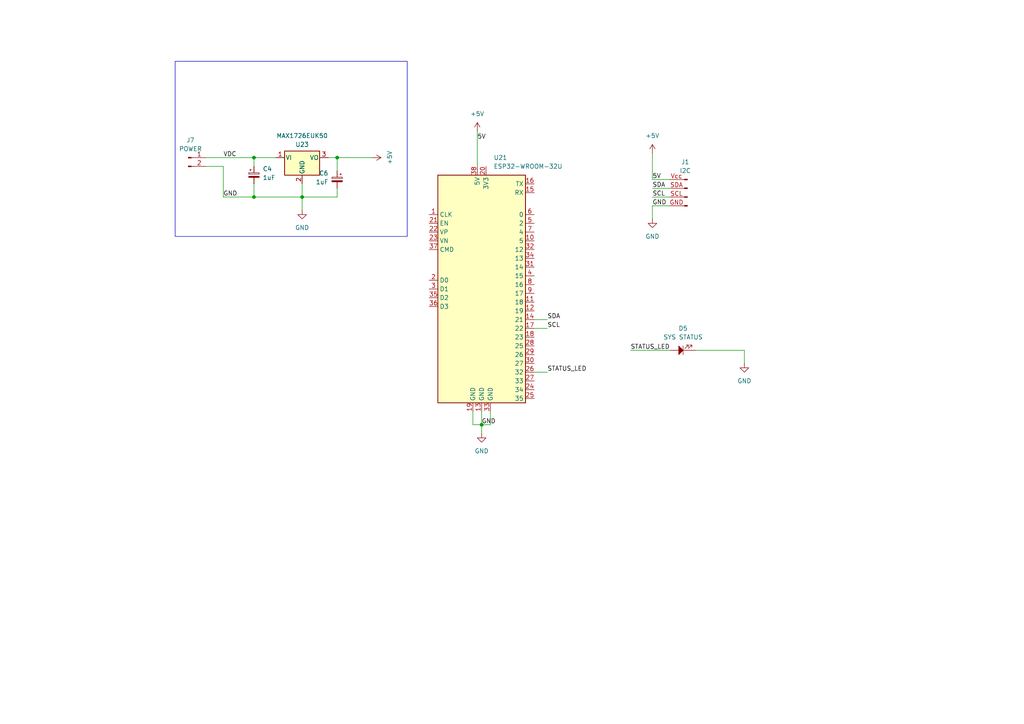
<source format=kicad_sch>
(kicad_sch (version 20231120) (generator "eeschema") (generator_version "8.0")
  (paper "A4")
  (lib_symbols
    (symbol "Alexander_Library_Symbols:Conn_I2C_01x04" (pin_names (offset 1.016) hide)
      (property "Reference" "J" (at 0 5.08 0))
      (property "Value" "I2C" (at 0 -7.62 0))
      (symbol "Conn_I2C_01x04_1_1"
        (polyline (pts (xy 1.27 -5.08) (xy 0.8636 -5.08)) (stroke (width 0.1524)))
        (polyline (pts (xy 1.27 -2.54) (xy 0.8636 -2.54)) (stroke (width 0.1524)))
        (polyline (pts (xy 1.27 0) (xy 0.8636 0)) (stroke (width 0.1524)))
        (polyline (pts (xy 1.27 2.54) (xy 0.8636 2.54)) (stroke (width 0.1524)))
        (rectangle (start 0.8636 -4.953) (end 0 -5.207) (stroke (width 0.1524)) (fill (type outline)))
        (rectangle (start 0.8636 -2.413) (end 0 -2.667) (stroke (width 0.1524)) (fill (type outline)))
        (rectangle (start 0.8636 0.127) (end 0 -0.127) (stroke (width 0.1524)) (fill (type outline)))
        (rectangle (start 0.8636 2.667) (end 0 2.413) (stroke (width 0.1524)) (fill (type outline)))
        (pin power_out line (at 5.08 -5.08 180) (length 3.81) (name "GND") (number "GND"))
        (pin bidirectional line (at 5.08 -2.54 180) (length 3.81) (name "SCL") (number "SCL"))
        (pin bidirectional line (at 5.08 0 180) (length 3.81) (name "SDA") (number "SDA"))
        (pin power_in line (at 5.08 2.54 180) (length 3.81) (name "VCC") (number "Vcc"))
      )
    )
    (symbol "Alexander_Library_Symbols:ESP32-WROOM-32U"
      (property "Reference" "U" (at -12.7 34.29 0))
      (property "Value" "ESP32-WROOM-32U" (at 4.318 34.036 0))
      (symbol "ESP32-WROOM-32U_0_1"
        (rectangle (start -12.7 31.75) (end 12.7 -34.29) (stroke (width 0.254)) (fill (type background)))
      )
      (symbol "ESP32-WROOM-32U_1_1"
        (pin bidirectional line (at -15.24 20.32 0) (length 2.54) (name "CLK") (number "1"))
        (pin bidirectional line (at 15.24 12.7 180) (length 2.54) (name "5") (number "10"))
        (pin bidirectional line (at 15.24 -5.08 180) (length 2.54) (name "18") (number "11"))
        (pin bidirectional line (at 15.24 -7.62 180) (length 2.54) (name "19") (number "12"))
        (pin power_out line (at 0 -36.83 90) (length 2.54) (name "GND") (number "13"))
        (pin bidirectional line (at 15.24 -10.16 180) (length 2.54) (name "21") (number "14"))
        (pin input line (at 15.24 26.67 180) (length 2.54) (name "RX") (number "15"))
        (pin output line (at 15.24 29.21 180) (length 2.54) (name "TX") (number "16"))
        (pin bidirectional line (at 15.24 -12.7 180) (length 2.54) (name "22") (number "17"))
        (pin bidirectional line (at 15.24 -15.24 180) (length 2.54) (name "23") (number "18"))
        (pin power_out line (at -2.54 -36.83 90) (length 2.54) (name "GND") (number "19"))
        (pin bidirectional line (at -15.24 1.27 0) (length 2.54) (name "D0") (number "2"))
        (pin power_in line (at 1.27 34.29 270) (length 2.54) (name "3V3") (number "20"))
        (pin bidirectional line (at -15.24 17.78 0) (length 2.54) (name "EN") (number "21"))
        (pin bidirectional line (at -15.24 15.24 0) (length 2.54) (name "VP") (number "22"))
        (pin bidirectional line (at -15.24 12.7 0) (length 2.54) (name "VN") (number "23"))
        (pin bidirectional line (at 15.24 -30.48 180) (length 2.54) (name "34") (number "24"))
        (pin bidirectional line (at 15.24 -33.02 180) (length 2.54) (name "35") (number "25"))
        (pin bidirectional line (at 15.24 -25.4 180) (length 2.54) (name "32") (number "26"))
        (pin bidirectional line (at 15.24 -27.94 180) (length 2.54) (name "33") (number "27"))
        (pin bidirectional line (at 15.24 -17.78 180) (length 2.54) (name "25") (number "28"))
        (pin bidirectional line (at 15.24 -20.32 180) (length 2.54) (name "26") (number "29"))
        (pin bidirectional line (at -15.24 -1.27 0) (length 2.54) (name "D1") (number "3"))
        (pin bidirectional line (at 15.24 -22.86 180) (length 2.54) (name "27") (number "30"))
        (pin bidirectional line (at 15.24 5.08 180) (length 2.54) (name "14") (number "31"))
        (pin bidirectional line (at 15.24 10.16 180) (length 2.54) (name "12") (number "32"))
        (pin power_out line (at 2.54 -36.83 90) (length 2.54) (name "GND") (number "33"))
        (pin bidirectional line (at 15.24 7.62 180) (length 2.54) (name "13") (number "34"))
        (pin bidirectional line (at -15.24 -3.81 0) (length 2.54) (name "D2") (number "35"))
        (pin bidirectional line (at -15.24 -6.35 0) (length 2.54) (name "D3") (number "36"))
        (pin bidirectional line (at -15.24 10.16 0) (length 2.54) (name "CMD") (number "37"))
        (pin power_in line (at -1.27 34.29 270) (length 2.54) (name "5V") (number "38"))
        (pin bidirectional line (at 15.24 2.54 180) (length 2.54) (name "15") (number "4"))
        (pin bidirectional line (at 15.24 17.78 180) (length 2.54) (name "2") (number "5"))
        (pin bidirectional line (at 15.24 20.32 180) (length 2.54) (name "0") (number "6"))
        (pin bidirectional line (at 15.24 15.24 180) (length 2.54) (name "4") (number "7"))
        (pin bidirectional line (at 15.24 0 180) (length 2.54) (name "16") (number "8"))
        (pin bidirectional line (at 15.24 -2.54 180) (length 2.54) (name "17") (number "9"))
      )
    )
    (symbol "Connector:Conn_01x02_Pin" (pin_names (offset 1.016) hide)
      (property "Reference" "J" (at 0 2.54 0))
      (property "Value" "Conn_01x02_Pin" (at 0 -5.08 0))
      (symbol "Conn_01x02_Pin_1_1"
        (polyline (pts (xy 1.27 -2.54) (xy 0.8636 -2.54)) (stroke (width 0.1524)))
        (polyline (pts (xy 1.27 0) (xy 0.8636 0)) (stroke (width 0.1524)))
        (rectangle (start 0.8636 -2.413) (end 0 -2.667) (stroke (width 0.1524)) (fill (type outline)))
        (rectangle (start 0.8636 0.127) (end 0 -0.127) (stroke (width 0.1524)) (fill (type outline)))
        (pin passive line (at 5.08 0 180) (length 3.81) (name "Pin_1") (number "1"))
        (pin passive line (at 5.08 -2.54 180) (length 3.81) (name "Pin_2") (number "2"))
      )
    )
    (symbol "Device:C_Polarized_Small" (pin_numbers hide) (pin_names (offset 0.254) hide)
      (property "Reference" "C" (at 0.254 1.778 0))
      (property "Value" "C_Polarized_Small" (at 0.254 -2.032 0))
      (symbol "C_Polarized_Small_0_1"
        (rectangle (start -1.524 -0.3048) (end 1.524 -0.6858) (fill (type outline)))
        (rectangle (start -1.524 0.6858) (end 1.524 0.3048))
        (polyline (pts (xy -1.27 1.524) (xy -0.762 1.524)))
        (polyline (pts (xy -1.016 1.27) (xy -1.016 1.778)))
      )
      (symbol "C_Polarized_Small_1_1"
        (pin passive line (at 0 2.54 270) (length 1.8542) (name "~") (number "1"))
        (pin passive line (at 0 -2.54 90) (length 1.8542) (name "~") (number "2"))
      )
    )
    (symbol "PCM_SL_Devices:LED_3mm"
      (property "Reference" "D" (at -0.508 5.334 0))
      (property "Value" "LED_3mm" (at -0.508 2.794 0))
      (symbol "LED_3mm_0_1"
        (polyline (pts (xy -1.27 0) (xy -2.54 0)))
        (polyline (pts (xy 0 1.27) (xy 0 -1.27)))
        (polyline (pts (xy 0.508 0.508) (xy 1.524 1.524)))
        (polyline (pts (xy 1.27 0) (xy 2.54 0)))
        (polyline (pts (xy 1.524 0.508) (xy 2.54 1.524)))
        (polyline (pts (xy 1.524 1.524) (xy 0.889 1.524)))
        (polyline (pts (xy 1.524 1.524) (xy 1.524 0.889)))
        (polyline (pts (xy 2.54 1.524) (xy 1.905 1.524)))
        (polyline (pts (xy 2.54 1.524) (xy 2.54 0.889)))
        (polyline (pts (xy 0 0) (xy -1.27 -1.27) (xy -1.27 1.27) (xy 0 0) (xy 1.27 0)) (fill (type outline)))
      )
      (symbol "LED_3mm_1_1"
        (pin passive line (at 3.81 0 180) (length 1.5) (name "~") (number "1"))
        (pin passive line (at -3.81 0 0) (length 1.5) (name "") (number "2"))
      )
    )
    (symbol "Regulator_Linear:LM78M05_TO220" (pin_names (offset 0.254))
      (property "Reference" "U" (at -3.81 3.175 0))
      (property "Value" "LM78M05_TO220" (at 0 3.175 0))
      (symbol "LM78M05_TO220_0_1"
        (rectangle (start -5.08 1.905) (end 5.08 -5.08) (stroke (width 0.254)) (fill (type background)))
      )
      (symbol "LM78M05_TO220_1_1"
        (pin power_in line (at -7.62 0 0) (length 2.54) (name "VI") (number "1"))
        (pin power_in line (at 0 -7.62 90) (length 2.54) (name "GND") (number "2"))
        (pin power_out line (at 7.62 0 180) (length 2.54) (name "VO") (number "3"))
      )
    )
    (symbol "power:+5V" (power) (pin_numbers hide) (pin_names (offset 0) hide)
      (property "Value" "+5V" (at 0 3.556 0))
      (symbol "+5V_0_1"
        (polyline (pts (xy -0.762 1.27) (xy 0 2.54)))
        (polyline (pts (xy 0 0) (xy 0 2.54)))
        (polyline (pts (xy 0 2.54) (xy 0.762 1.27)))
      )
      (symbol "+5V_1_1"
        (pin power_in line (at 0 0 90) (length 0) (name "~") (number "1"))
      )
    )
    (symbol "power:GND" (power) (pin_numbers hide) (pin_names (offset 0) hide)
      (property "Value" "GND" (at 0 -3.81 0))
      (symbol "GND_0_1"
        (polyline (pts (xy 0 0) (xy 0 -1.27) (xy 1.27 -1.27) (xy 0 -2.54) (xy -1.27 -1.27) (xy 0 -1.27)))
      )
      (symbol "GND_1_1"
        (pin power_in line (at 0 0 270) (length 0) (name "~") (number "1"))
      )
    )
  )
  (junction (at 139.7 123.19))
  (junction (at 87.63 57.15))
  (junction (at 97.79 45.72))
  (junction (at 73.66 45.72))
  (junction (at 73.66 57.15))
  (wire (pts (xy 73.66 45.72) (xy 73.66 48.26)))
  (wire (pts (xy 154.94 95.25) (xy 158.75 95.25)))
  (wire (pts (xy 97.79 54.61) (xy 97.79 57.15)))
  (wire (pts (xy 59.69 45.72) (xy 73.66 45.72)))
  (wire (pts (xy 97.79 45.72) (xy 107.95 45.72)))
  (wire (pts (xy 182.88 101.6) (xy 194.31 101.6)))
  (wire (pts (xy 64.77 48.26) (xy 64.77 57.15)))
  (wire (pts (xy 189.23 57.15) (xy 194.31 57.15)))
  (wire (pts (xy 73.66 57.15) (xy 87.63 57.15)))
  (wire (pts (xy 95.25 45.72) (xy 97.79 45.72)))
  (wire (pts (xy 189.23 59.69) (xy 194.31 59.69)))
  (wire (pts (xy 137.16 119.38) (xy 137.16 123.19)))
  (wire (pts (xy 87.63 57.15) (xy 97.79 57.15)))
  (wire (pts (xy 139.7 123.19) (xy 139.7 125.73)))
  (wire (pts (xy 97.79 45.72) (xy 97.79 49.53)))
  (wire (pts (xy 139.7 123.19) (xy 142.24 123.19)))
  (wire (pts (xy 87.63 57.15) (xy 87.63 53.34)))
  (wire (pts (xy 59.69 48.26) (xy 64.77 48.26)))
  (wire (pts (xy 139.7 119.38) (xy 139.7 123.19)))
  (wire (pts (xy 189.23 63.5) (xy 189.23 59.69)))
  (wire (pts (xy 215.9 105.41) (xy 215.9 101.6)))
  (wire (pts (xy 194.31 52.07) (xy 189.23 52.07)))
  (wire (pts (xy 80.01 45.72) (xy 73.66 45.72)))
  (wire (pts (xy 87.63 57.15) (xy 87.63 60.96)))
  (wire (pts (xy 64.77 57.15) (xy 73.66 57.15)))
  (wire (pts (xy 154.94 92.71) (xy 158.75 92.71)))
  (wire (pts (xy 215.9 101.6) (xy 201.93 101.6)))
  (wire (pts (xy 189.23 54.61) (xy 194.31 54.61)))
  (wire (pts (xy 138.43 38.1) (xy 138.43 48.26)))
  (wire (pts (xy 142.24 119.38) (xy 142.24 123.19)))
  (wire (pts (xy 154.94 107.95) (xy 158.75 107.95)))
  (wire (pts (xy 189.23 52.07) (xy 189.23 44.45)))
  (wire (pts (xy 137.16 123.19) (xy 139.7 123.19)))
  (wire (pts (xy 73.66 53.34) (xy 73.66 57.15)))
  (rectangle (start 50.8 17.78) (end 118.11 68.58))
  (label "SDA" (at 158.75 92.71 0))
  (label "SCL" (at 189.23 57.15 0))
  (label "GND" (at 139.7 123.19 0))
  (label "SDA" (at 189.23 54.61 0))
  (label "5V" (at 189.23 52.07 0))
  (label "5V" (at 138.43 40.64 0))
  (label "STATUS_LED" (at 158.75 107.95 0))
  (label "VDC" (at 64.77 45.72 0))
  (label "GND" (at 189.23 59.69 0))
  (label "GND" (at 64.77 57.15 0))
  (label "STATUS_LED" (at 182.88 101.6 0))
  (label "SCL" (at 158.75 95.25 0))
  (symbol (lib_id "Alexander_Library_Symbols:ESP32-WROOM-32U") (at 139.7 82.55 0) (unit 1)
    (property "Reference" "U21" (at 143.1641 45.72 0) (effects (justify left)))
    (property "Value" "ESP32-WROOM-32U" (at 143.1641 48.26 0) (effects (justify left)))
    (property "Footprint" "Alexander Footprint Library:Board_65-40_DevBoard_ESP32-WROOM-32U_38pins" (effects (hide yes)))
    (property "Description" "RF Module, ESP32-D0WDQ6 SoC, Wi-Fi 802.11b/g/n, Bluetooth, BLE, 32-bit, 2.7-3.6V, onboard antenna, SMD" (effects (hide yes)))
  )
  (symbol (lib_id "Device:C_Polarized_Small") (at 73.66 50.8 0) (unit 1)
    (property "Reference" "C4" (at 76.2 48.9838 0) (effects (justify left)))
    (property "Value" "1uF" (at 76.2 51.5238 0) (effects (justify left)))
    (property "Footprint" "Capacitor_THT:CP_Radial_D4.0mm_P2.00mm" (effects (hide yes)))
  )
  (symbol (lib_id "power:GND") (at 87.63 60.96 0) (unit 1)
    (property "Reference" "#PWR060" (effects (hide yes)))
    (property "Value" "GND" (at 87.63 66.04 0))
  )
  (symbol (lib_id "power:+5V") (at 189.23 44.45 0) (unit 1)
    (property "Reference" "#PWR055" (effects (hide yes)))
    (property "Value" "+5V" (at 189.23 39.37 0))
    (property "Description" "Power symbol creates a global label with name \"+5V\"" (effects (hide yes)))
  )
  (symbol (lib_id "PCM_SL_Devices:LED_3mm") (at 198.12 101.6 0) (unit 1)
    (property "Reference" "D5" (at 198.12 95.25 0))
    (property "Value" "SYS STATUS" (at 198.12 97.79 0))
    (property "Footprint" "LED_THT:LED_D3.0mm" (effects (hide yes)))
    (property "Description" "3mm diameter small LED" (effects (hide yes)))
  )
  (symbol (lib_id "power:GND") (at 189.23 63.5 0) (unit 1)
    (property "Reference" "#PWR056" (effects (hide yes)))
    (property "Value" "GND" (at 189.23 68.58 0))
    (property "Description" "Power symbol creates a global label with name \"GND\" , ground" (effects (hide yes)))
  )
  (symbol (lib_id "power:+5V") (at 138.43 38.1 0) (unit 1)
    (property "Reference" "#PWR048" (effects (hide yes)))
    (property "Value" "+5V" (at 138.43 33.02 0))
    (property "Description" "Power symbol creates a global label with name \"+5V\"" (effects (hide yes)))
  )
  (symbol (lib_id "Regulator_Linear:LM78M05_TO220") (at 87.63 45.72 0) (unit 1)
    (property "Reference" "U23" (at 87.63 41.91 0))
    (property "Value" "MAX1726EUK50" (at 87.63 39.37 0))
    (property "Footprint" "Package_TO_SOT_SMD:SOT-223-3_TabPin2" (effects (hide yes)))
    (property "Datasheet" "https://www.onsemi.com/pub/Collateral/MC78M00-D.PDF" (effects (hide yes)))
  )
  (symbol (lib_id "Alexander_Library_Symbols:Conn_I2C_01x04") (at 199.39 54.61 0) (mirror y) (unit 1)
    (property "Reference" "J1" (at 198.755 46.99 0))
    (property "Value" "I2C" (at 198.755 49.53 0))
    (property "Footprint" "Alexander Footprint Library:Conn_I2C" (effects (hide yes)))
    (property "Description" "I2C connector, single row, 01x04" (effects (hide yes)))
  )
  (symbol (lib_id "power:GND") (at 139.7 125.73 0) (unit 1)
    (property "Reference" "#PWR047" (effects (hide yes)))
    (property "Value" "GND" (at 139.7 130.81 0))
    (property "Description" "Power symbol creates a global label with name \"GND\" , ground" (effects (hide yes)))
  )
  (symbol (lib_id "Device:C_Polarized_Small") (at 97.79 52.07 0) (mirror y) (unit 1)
    (property "Reference" "C6" (at 95.25 50.2539 0) (effects (justify left)))
    (property "Value" "1uF" (at 95.25 52.7939 0) (effects (justify left)))
    (property "Footprint" "Capacitor_THT:CP_Radial_D4.0mm_P2.00mm" (effects (hide yes)))
  )
  (symbol (lib_id "power:GND") (at 215.9 105.41 0) (unit 1)
    (property "Reference" "#PWR057" (effects (hide yes)))
    (property "Value" "GND" (at 215.9 110.49 0))
    (property "Description" "Power symbol creates a global label with name \"GND\" , ground" (effects (hide yes)))
  )
  (symbol (lib_id "Connector:Conn_01x02_Pin") (at 54.61 45.72 0) (unit 1)
    (property "Reference" "J7" (at 55.245 40.64 0))
    (property "Value" "POWER" (at 55.245 43.18 0))
    (property "Footprint" "Connector_Molex:Molex_SL_171971-0002_1x02_P2.54mm_Vertical" (effects (hide yes)))
    (property "Description" "Generic connector, single row, 01x02, script generated" (effects (hide yes)))
  )
  (symbol (lib_id "power:+5V") (at 107.95 45.72 270) (unit 1)
    (property "Reference" "#PWR059" (effects (hide yes)))
    (property "Value" "+5V" (at 113.03 45.72 0))
  )
)
</source>
